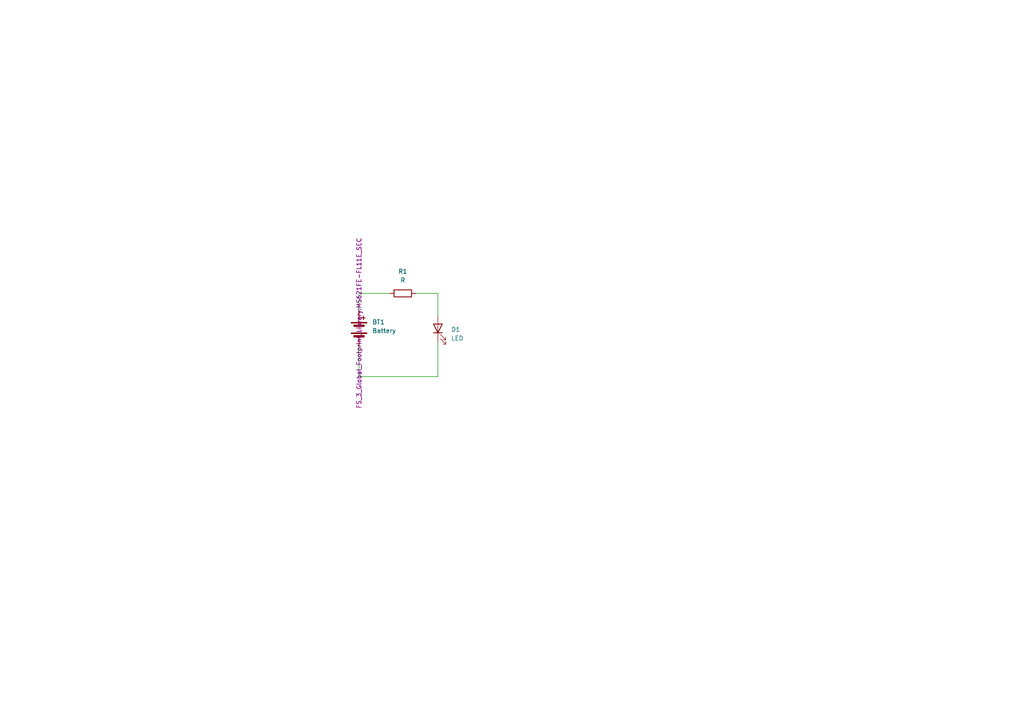
<source format=kicad_sch>
(kicad_sch (version 20231120) (generator "eeschema") (generator_version "8.0")
  (paper "A4")
  (title_block (title "FS_PCB_1.0") (date "2024-10-08") (rev "1.0"))
  (lib_symbols
    (symbol "Device:Battery" (pin_numbers hide) (pin_names (offset 0) hide)
      (property "Reference" "BT" (at 2.54 2.54 0))
      (property "Value" "Battery" (at 2.54 0 0))
      (symbol "Battery_0_1"
        (rectangle (start -2.286 -1.27) (end 2.286 -1.524) (fill (type outline)))
        (rectangle (start -2.286 1.778) (end 2.286 1.524) (fill (type outline)))
        (rectangle (start -1.524 -2.032) (end 1.524 -2.54) (fill (type outline)))
        (rectangle (start -1.524 1.016) (end 1.524 0.508) (fill (type outline)))
        (polyline (pts (xy 0 -1.016) (xy 0 -0.762)))
        (polyline (pts (xy 0 -0.508) (xy 0 -0.254)))
        (polyline (pts (xy 0 0) (xy 0 0.254)))
        (polyline (pts (xy 0 1.778) (xy 0 2.54)))
        (polyline (pts (xy 0.762 3.048) (xy 1.778 3.048)) (stroke (width 0.254)))
        (polyline (pts (xy 1.27 3.556) (xy 1.27 2.54)) (stroke (width 0.254)))
      )
      (symbol "Battery_1_1"
        (pin passive line (at 0 5.08 270) (length 2.54) (name "+") (number "1"))
        (pin passive line (at 0 -5.08 90) (length 2.54) (name "-") (number "2"))
      )
    )
    (symbol "Device:LED" (pin_numbers hide) (pin_names (offset 1.016) hide)
      (property "Reference" "D" (at 0 2.54 0))
      (property "Value" "LED" (at 0 -2.54 0))
      (symbol "LED_0_1"
        (polyline (pts (xy -1.27 -1.27) (xy -1.27 1.27)) (stroke (width 0.254)))
        (polyline (pts (xy -1.27 0) (xy 1.27 0)))
        (polyline (pts (xy 1.27 -1.27) (xy 1.27 1.27) (xy -1.27 0) (xy 1.27 -1.27)) (stroke (width 0.254)))
        (polyline (pts (xy -3.048 -0.762) (xy -4.572 -2.286) (xy -3.81 -2.286) (xy -4.572 -2.286) (xy -4.572 -1.524)))
        (polyline (pts (xy -1.778 -0.762) (xy -3.302 -2.286) (xy -2.54 -2.286) (xy -3.302 -2.286) (xy -3.302 -1.524)))
      )
      (symbol "LED_1_1"
        (pin passive line (at -3.81 0 0) (length 2.54) (name "K") (number "1"))
        (pin passive line (at 3.81 0 180) (length 2.54) (name "A") (number "2"))
      )
    )
    (symbol "Device:R" (pin_numbers hide) (pin_names (offset 0))
      (property "Reference" "R" (at 2.032 0 90))
      (property "Value" "R" (at 0 0 90))
      (symbol "R_0_1"
        (rectangle (start -1.016 -2.54) (end 1.016 2.54) (stroke (width 0.254)))
      )
      (symbol "R_1_1"
        (pin passive line (at 0 3.81 270) (length 1.27) (name "~") (number "1"))
        (pin passive line (at 0 -3.81 90) (length 1.27) (name "~") (number "2"))
      )
    )
  )
  (wire (pts (xy 127 85.09) (xy 127 91.44)))
  (wire (pts (xy 104.14 90.17) (xy 104.14 85.09)))
  (wire (pts (xy 104.14 85.09) (xy 113.03 85.09)))
  (wire (pts (xy 120.65 85.09) (xy 127 85.09)))
  (wire (pts (xy 127 109.22) (xy 104.14 109.22)))
  (wire (pts (xy 104.14 109.22) (xy 104.14 100.33)))
  (wire (pts (xy 127 99.06) (xy 127 109.22)))
  (symbol (lib_id "Device:Battery") (at 104.14 95.25 0) (unit 1)
    (property "Reference" "BT1" (at 107.95 93.4085 0) (effects (justify left)))
    (property "Value" "Battery" (at 107.95 95.9485 0) (effects (justify left)))
    (property "Footprint" "FS_3_Global_Footprint_Library:MS621FE-FL11E_SEC" (at 104.14 93.726 90))
  )
  (symbol (lib_id "Device:LED") (at 127 95.25 90) (unit 1)
    (property "Reference" "D1" (at 130.81 95.5675 90) (effects (justify right)))
    (property "Value" "LED" (at 130.81 98.1075 90) (effects (justify right)))
    (property "Footprint" "LED_SMD:LED_0805_2012Metric" (effects (hide yes)))
  )
  (symbol (lib_id "Device:R") (at 116.84 85.09 90) (unit 1)
    (property "Reference" "R1" (at 116.84 78.74 90))
    (property "Value" "R" (at 116.84 81.28 90))
    (property "Footprint" "Resistor_SMD:R_0805_2012Metric_Pad1.20x1.40mm_HandSolder" (effects (hide yes)))
  )
)
</source>
